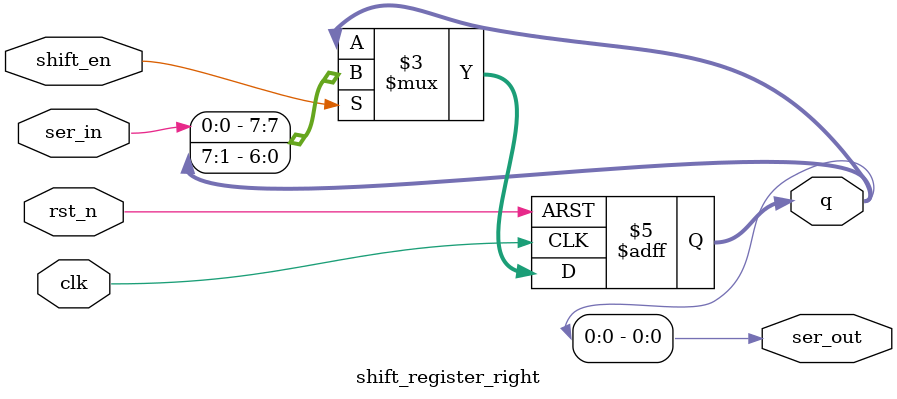
<source format=v>

module shift_register_right(
    input clk,
    input rst_n,
    input shift_en,
    input ser_in,
    output reg [7:0]q,
    output ser_out
);

assign ser_out = q[0];

always @(posedge clk or negedge rst_n)begin
    if(!rst_n)begin
        q <= 8'b00000000;
    end else if (shift_en)begin
        q <= {ser_in, q[7:1]};
    end
end

endmodule
</source>
